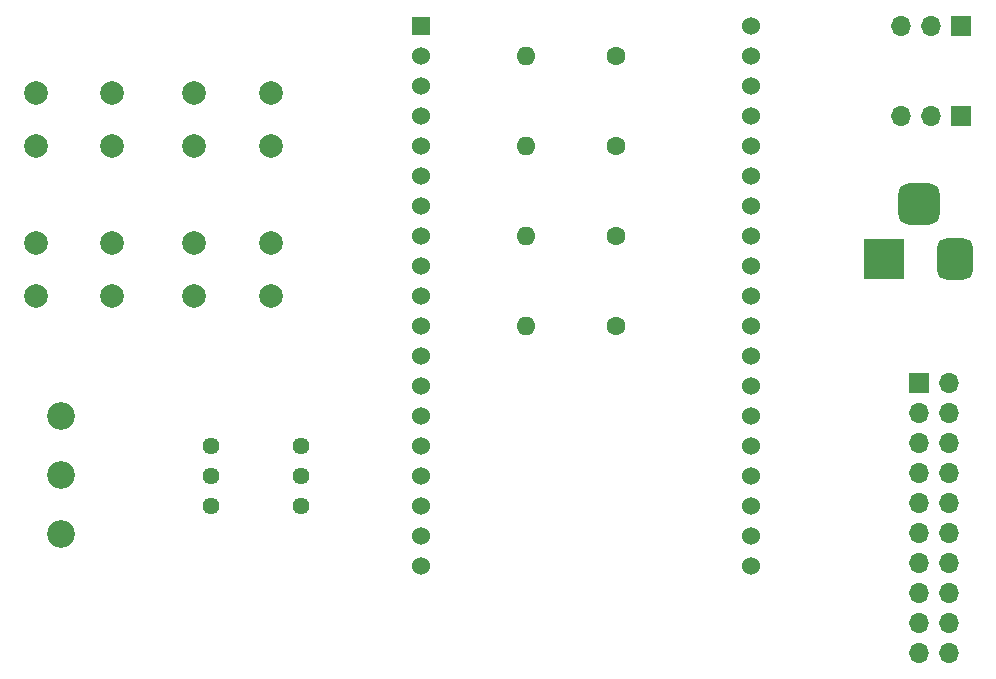
<source format=gts>
%TF.GenerationSoftware,KiCad,Pcbnew,7.0.7*%
%TF.CreationDate,2023-09-02T13:45:52+02:00*%
%TF.ProjectId,DevelopmentBoard,44657665-6c6f-4706-9d65-6e74426f6172,v1.0*%
%TF.SameCoordinates,Original*%
%TF.FileFunction,Soldermask,Top*%
%TF.FilePolarity,Negative*%
%FSLAX46Y46*%
G04 Gerber Fmt 4.6, Leading zero omitted, Abs format (unit mm)*
G04 Created by KiCad (PCBNEW 7.0.7) date 2023-09-02 13:45:52*
%MOMM*%
%LPD*%
G01*
G04 APERTURE LIST*
G04 Aperture macros list*
%AMRoundRect*
0 Rectangle with rounded corners*
0 $1 Rounding radius*
0 $2 $3 $4 $5 $6 $7 $8 $9 X,Y pos of 4 corners*
0 Add a 4 corners polygon primitive as box body*
4,1,4,$2,$3,$4,$5,$6,$7,$8,$9,$2,$3,0*
0 Add four circle primitives for the rounded corners*
1,1,$1+$1,$2,$3*
1,1,$1+$1,$4,$5*
1,1,$1+$1,$6,$7*
1,1,$1+$1,$8,$9*
0 Add four rect primitives between the rounded corners*
20,1,$1+$1,$2,$3,$4,$5,0*
20,1,$1+$1,$4,$5,$6,$7,0*
20,1,$1+$1,$6,$7,$8,$9,0*
20,1,$1+$1,$8,$9,$2,$3,0*%
G04 Aperture macros list end*
%ADD10C,2.000000*%
%ADD11C,1.440000*%
%ADD12C,1.600000*%
%ADD13O,1.600000X1.600000*%
%ADD14R,1.700000X1.700000*%
%ADD15O,1.700000X1.700000*%
%ADD16R,1.524000X1.524000*%
%ADD17C,1.524000*%
%ADD18R,3.500000X3.500000*%
%ADD19RoundRect,0.750000X0.750000X1.000000X-0.750000X1.000000X-0.750000X-1.000000X0.750000X-1.000000X0*%
%ADD20RoundRect,0.875000X0.875000X0.875000X-0.875000X0.875000X-0.875000X-0.875000X0.875000X-0.875000X0*%
%ADD21C,2.340000*%
G04 APERTURE END LIST*
D10*
%TO.C,SW1*%
X91850000Y-64080000D03*
X98350000Y-64080000D03*
X91850000Y-68580000D03*
X98350000Y-68580000D03*
%TD*%
D11*
%TO.C,TrimPot2*%
X114300000Y-93980000D03*
X114300000Y-96520000D03*
X114300000Y-99060000D03*
%TD*%
D12*
%TO.C,R2*%
X140970000Y-68580000D03*
D13*
X133350000Y-68580000D03*
%TD*%
D10*
%TO.C,SW4*%
X105260000Y-76780000D03*
X111760000Y-76780000D03*
X105260000Y-81280000D03*
X111760000Y-81280000D03*
%TD*%
D12*
%TO.C,R3*%
X140970000Y-76200000D03*
D13*
X133350000Y-76200000D03*
%TD*%
D11*
%TO.C,TrimPot1*%
X106680000Y-93980000D03*
X106680000Y-96520000D03*
X106680000Y-99060000D03*
%TD*%
D14*
%TO.C,J2*%
X170180000Y-58420000D03*
D15*
X167640000Y-58420000D03*
X165100000Y-58420000D03*
%TD*%
D14*
%TO.C,J3*%
X170180000Y-66040000D03*
D15*
X167640000Y-66040000D03*
X165100000Y-66040000D03*
%TD*%
D10*
%TO.C,SW3*%
X91850000Y-76780000D03*
X98350000Y-76780000D03*
X91850000Y-81280000D03*
X98350000Y-81280000D03*
%TD*%
D16*
%TO.C,A1*%
X124460000Y-58420000D03*
D17*
X124460000Y-60960000D03*
X124460000Y-63500000D03*
X124460000Y-66040000D03*
X124460000Y-68580000D03*
X124460000Y-71120000D03*
X124460000Y-73660000D03*
X124460000Y-76200000D03*
X124460000Y-78740000D03*
X124460000Y-81280000D03*
X124460000Y-83820000D03*
X124460000Y-86360000D03*
X124460000Y-88900000D03*
X124460000Y-91440000D03*
X124460000Y-93980000D03*
X124460000Y-96520000D03*
X124460000Y-99060000D03*
X124460000Y-101600000D03*
X124460000Y-104140000D03*
X152400000Y-104140000D03*
X152400000Y-101600000D03*
X152400000Y-99060000D03*
X152400000Y-96520000D03*
X152400000Y-93980000D03*
X152400000Y-91440000D03*
X152400000Y-88900000D03*
X152400000Y-86360000D03*
X152400000Y-83820000D03*
X152400000Y-81280000D03*
X152400000Y-78740000D03*
X152400000Y-76200000D03*
X152400000Y-73660000D03*
X152400000Y-71120000D03*
X152400000Y-68580000D03*
X152400000Y-66040000D03*
X152400000Y-63500000D03*
X152400000Y-60960000D03*
X152400000Y-58420000D03*
%TD*%
D12*
%TO.C,R4*%
X140970000Y-83820000D03*
D13*
X133350000Y-83820000D03*
%TD*%
D14*
%TO.C,J4*%
X166624000Y-88646000D03*
D15*
X169164000Y-88646000D03*
X166624000Y-91186000D03*
X169164000Y-91186000D03*
X166624000Y-93726000D03*
X169164000Y-93726000D03*
X166624000Y-96266000D03*
X169164000Y-96266000D03*
X166624000Y-98806000D03*
X169164000Y-98806000D03*
X166624000Y-101346000D03*
X169164000Y-101346000D03*
X166624000Y-103886000D03*
X169164000Y-103886000D03*
X166624000Y-106426000D03*
X169164000Y-106426000D03*
X166624000Y-108966000D03*
X169164000Y-108966000D03*
X166624000Y-111506000D03*
X169164000Y-111506000D03*
%TD*%
D10*
%TO.C,SW2*%
X105260000Y-64080000D03*
X111760000Y-64080000D03*
X105260000Y-68580000D03*
X111760000Y-68580000D03*
%TD*%
D18*
%TO.C,J1*%
X163672000Y-78173500D03*
D19*
X169672000Y-78173500D03*
D20*
X166672000Y-73473500D03*
%TD*%
D21*
%TO.C,Pot1*%
X93980000Y-91440000D03*
X93980000Y-96440000D03*
X93980000Y-101440000D03*
%TD*%
D12*
%TO.C,R1*%
X140970000Y-60960000D03*
D13*
X133350000Y-60960000D03*
%TD*%
M02*

</source>
